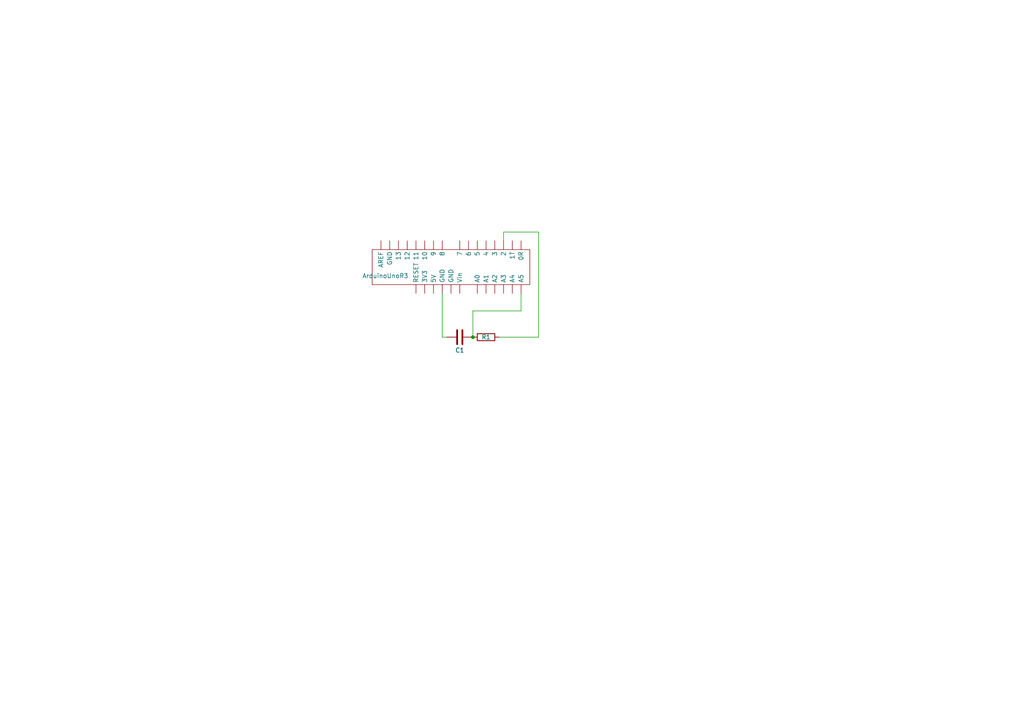
<source format=kicad_sch>
(kicad_sch (version 20230121) (generator eeschema)
  (paper "A4")
  (lib_symbols
    (symbol "Device:C" (pin_numbers hide) (pin_names (offset 0.254))
      (property "Reference" "C" (at 0.635 2.54 0))
      (property "Value" "C" (at 0.635 -2.54 0))
      (symbol "C_0_1"
        (polyline (pts (xy -2.032 -0.762) (xy 2.032 -0.762)) (stroke (width 0.508)))
        (polyline (pts (xy -2.032 0.762) (xy 2.032 0.762)) (stroke (width 0.508)))
      )
      (symbol "C_1_1"
        (pin passive line (at 0 3.81 270) (length 2.794) (name "~") (number "1"))
        (pin passive line (at 0 -3.81 90) (length 2.794) (name "~") (number "2"))
      )
    )
    (symbol "Device:R" (pin_numbers hide) (pin_names (offset 0))
      (property "Reference" "R" (at 2.032 0 90))
      (property "Value" "R" (at 0 0 90))
      (symbol "R_0_1"
        (rectangle (start -1.016 -2.54) (end 1.016 2.54) (stroke (width 0.254)))
      )
      (symbol "R_1_1"
        (pin passive line (at 0 3.81 270) (length 1.27) (name "~") (number "1"))
        (pin passive line (at 0 -3.81 90) (length 1.27) (name "~") (number "2"))
      )
    )
    (symbol "Ore:ArduinoUnoR3"
      (property "Reference" "ArduinoUnoR3" (at 0 0 0))
      (symbol "ArduinoUnoR3_0_1"
        (rectangle (start -27.94 15.24) (end 17.78 5.08))
      )
      (symbol "ArduinoUnoR3_1_1"
        (pin unspecified line (at 15.24 17.78 270) (length 2.54) (name "0R") (number ""))
        (pin unspecified line (at -12.7 17.78 270) (length 2.54) (name "10") (number ""))
        (pin unspecified line (at -15.24 17.78 270) (length 2.54) (name "11") (number ""))
        (pin unspecified line (at -17.78 17.78 270) (length 2.54) (name "12") (number ""))
        (pin unspecified line (at -20.32 17.78 270) (length 2.54) (name "13") (number ""))
        (pin unspecified line (at 12.7 17.78 270) (length 2.54) (name "1T") (number ""))
        (pin unspecified line (at 10.16 17.78 270) (length 2.54) (name "2") (number ""))
        (pin unspecified line (at 7.62 17.78 270) (length 2.54) (name "3") (number ""))
        (pin unspecified line (at -12.7 2.54 90) (length 2.54) (name "3V3") (number ""))
        (pin unspecified line (at 5.08 17.78 270) (length 2.54) (name "4") (number ""))
        (pin unspecified line (at 2.54 17.78 270) (length 2.54) (name "5") (number ""))
        (pin unspecified line (at -10.16 2.54 90) (length 2.54) (name "5V") (number ""))
        (pin unspecified line (at 0 17.78 270) (length 2.54) (name "6") (number ""))
        (pin unspecified line (at -2.54 17.78 270) (length 2.54) (name "7") (number ""))
        (pin unspecified line (at -7.62 17.78 270) (length 2.54) (name "8") (number ""))
        (pin unspecified line (at -10.16 17.78 270) (length 2.54) (name "9") (number ""))
        (pin unspecified line (at 2.54 2.54 90) (length 2.54) (name "A0") (number ""))
        (pin unspecified line (at 5.08 2.54 90) (length 2.54) (name "A1") (number ""))
        (pin unspecified line (at 7.62 2.54 90) (length 2.54) (name "A2") (number ""))
        (pin unspecified line (at 10.16 2.54 90) (length 2.54) (name "A3") (number ""))
        (pin unspecified line (at 12.7 2.54 90) (length 2.54) (name "A4") (number ""))
        (pin unspecified line (at 15.24 2.54 90) (length 2.54) (name "A5") (number ""))
        (pin unspecified line (at -25.4 17.78 270) (length 2.54) (name "AREF") (number ""))
        (pin unspecified line (at -22.86 17.78 270) (length 2.54) (name "GND") (number ""))
        (pin unspecified line (at -7.62 2.54 90) (length 2.54) (name "GND") (number ""))
        (pin unspecified line (at -5.08 2.54 90) (length 2.54) (name "GND") (number ""))
        (pin unspecified line (at -15.24 2.54 90) (length 2.54) (name "RESET") (number ""))
        (pin unspecified line (at -2.54 2.54 90) (length 2.54) (name "Vin") (number ""))
      )
    )
  )
  (junction (at 137.16 97.79))
  (wire (pts (xy 146.05 67.31) (xy 156.21 67.31)))
  (wire (pts (xy 146.05 69.85) (xy 146.05 67.31)))
  (wire (pts (xy 128.27 97.79) (xy 129.54 97.79)))
  (wire (pts (xy 128.27 85.09) (xy 128.27 97.79)))
  (wire (pts (xy 156.21 97.79) (xy 144.78 97.79)))
  (wire (pts (xy 156.21 67.31) (xy 156.21 97.79)))
  (wire (pts (xy 151.13 90.17) (xy 137.16 90.17)))
  (wire (pts (xy 137.16 90.17) (xy 137.16 97.79)))
  (wire (pts (xy 151.13 85.09) (xy 151.13 90.17)))
  (symbol (lib_id "Ore:ArduinoUnoR3") (at 135.89 87.63 0) (unit 1)
    (property "Reference" "AR1" (effects hide))
    (property "Value" "ArduinoUnoR3" (at 111.76 80.01 0))
  )
  (symbol (lib_id "Device:C") (at 133.35 97.79 270) (unit 1)
    (property "Reference" "C1" (at 133.35 101.6 90))
    (property "Value" "C" (effects hide))
  )
  (symbol (lib_id "Device:R") (at 140.97 97.79 270) (unit 1)
    (property "Reference" "R1" (at 140.97 97.79 90))
    (property "Value" "R" (effects hide))
  )
)
</source>
